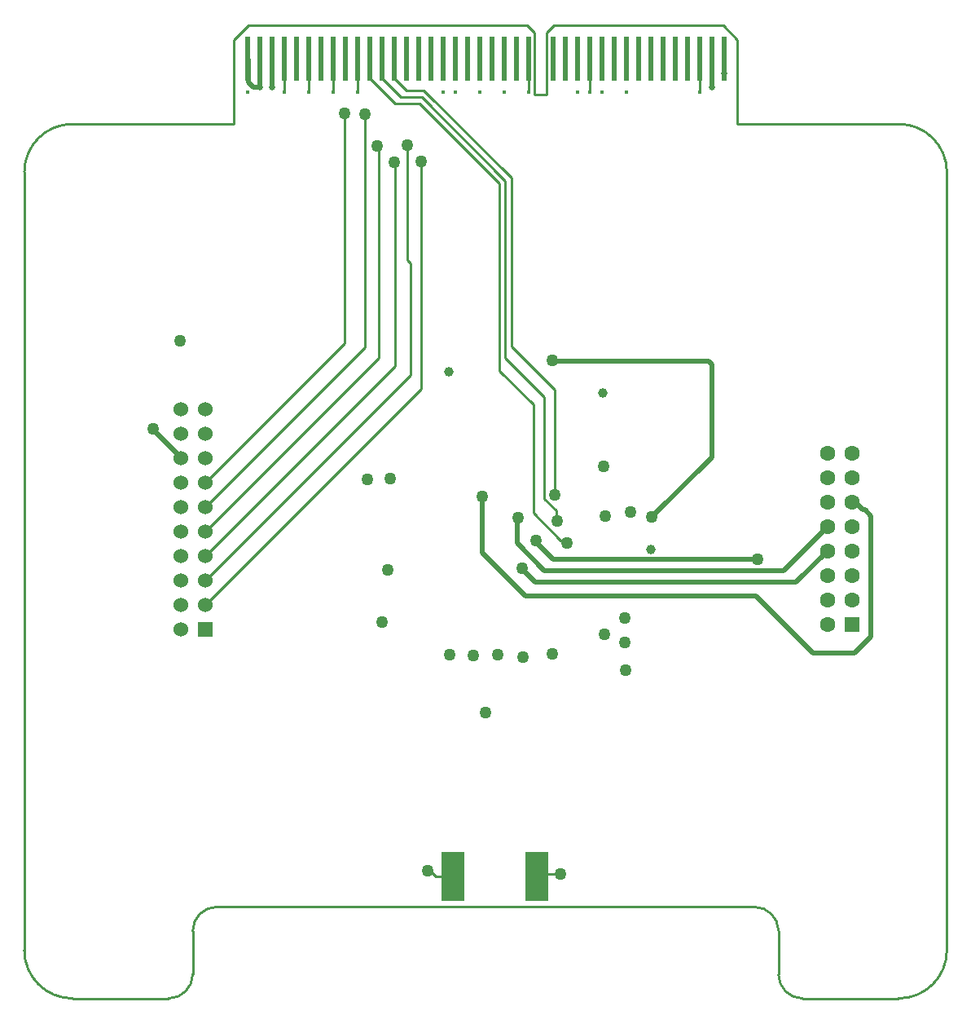
<source format=gbr>
%TF.GenerationSoftware,Altium Limited,Altium Designer,23.3.1 (30)*%
G04 Layer_Physical_Order=4*
G04 Layer_Color=16711680*
%FSLAX45Y45*%
%MOMM*%
%TF.SameCoordinates,1C6A76D4-FC78-4FE7-9AFF-FEA26D458E01*%
%TF.FilePolarity,Positive*%
%TF.FileFunction,Copper,L4,Bot,Signal*%
%TF.Part,Single*%
G01*
G75*
%TA.AperFunction,Conductor*%
%ADD10C,0.29210*%
%TA.AperFunction,SMDPad,CuDef*%
%ADD22R,2.41300X5.08000*%
%ADD24R,0.53000X4.57200*%
%TA.AperFunction,Conductor*%
%ADD25C,0.50000*%
%ADD26C,0.29300*%
%ADD27C,0.29200*%
%TA.AperFunction,NonConductor*%
%ADD28C,0.25400*%
%TA.AperFunction,ComponentPad*%
%ADD29R,1.60020X1.60020*%
%ADD30C,1.60020*%
%ADD31C,1.53000*%
%ADD32R,1.53000X1.53000*%
%TA.AperFunction,ViaPad*%
%ADD33C,1.00000*%
%ADD34C,1.27000*%
%ADD35C,0.63500*%
%ADD36C,0.44400*%
D10*
X5060000Y6770000D02*
X5510000Y6320000D01*
X5060000Y6770000D02*
Y8520000D01*
X5510000Y5230000D02*
Y6320000D01*
X5575170Y4758516D02*
X5585022D01*
X5613538Y4730000D02*
X5640000D01*
X5290000Y5043686D02*
X5575170Y4758516D01*
X5585022D02*
X5613538Y4730000D01*
X5290000Y5043686D02*
Y6170000D01*
X4940000Y6520000D02*
X5290000Y6170000D01*
X4150000Y9430000D02*
X5060000Y8520000D01*
X4110000Y9290000D02*
X4940000Y8460000D01*
Y6520000D02*
Y8460000D01*
X3912600Y9360000D02*
X4130000D01*
X5000000Y8490000D01*
X3714700Y9557900D02*
X3912600Y9360000D01*
X5000000Y6650000D02*
Y8490000D01*
X3855600Y9290000D02*
X4110000D01*
X3587700Y9557900D02*
X3855600Y9290000D01*
X5406495Y5187127D02*
Y6243505D01*
X5000000Y6650000D02*
X5406495Y6243505D01*
X5526307Y4973693D02*
Y5067315D01*
Y4973693D02*
X5540000Y4960000D01*
X5406495Y5187127D02*
X5526307Y5067315D01*
X3587700Y9557900D02*
Y9760000D01*
X3714700Y9557900D02*
Y9760000D01*
X3969600Y9430000D02*
X4150000D01*
X3841700Y9557900D02*
Y9760000D01*
Y9557900D02*
X3969600Y9430000D01*
D22*
X5328150Y1270000D02*
D03*
X4451850D02*
D03*
D24*
X5238700Y9760000D02*
D03*
X7270700D02*
D03*
X7143700D02*
D03*
X7016700D02*
D03*
X6889700D02*
D03*
X6762700D02*
D03*
X6635700D02*
D03*
X6508700D02*
D03*
X6381700D02*
D03*
X6254700D02*
D03*
X6127700D02*
D03*
X6000700D02*
D03*
X5873700D02*
D03*
X5746700D02*
D03*
X5619700D02*
D03*
X5492700D02*
D03*
X5111700D02*
D03*
X4984700D02*
D03*
X4857700D02*
D03*
X4730700D02*
D03*
X4603700D02*
D03*
X4476700D02*
D03*
X4349700D02*
D03*
X4222700D02*
D03*
X4095700D02*
D03*
X3968700D02*
D03*
X3841700D02*
D03*
X3714700D02*
D03*
X3587700D02*
D03*
X3460700D02*
D03*
X3333700D02*
D03*
X3206700D02*
D03*
X3079700D02*
D03*
X2952700D02*
D03*
X2825700D02*
D03*
X2698700D02*
D03*
X2571700D02*
D03*
X2444700D02*
D03*
X2317700D02*
D03*
D25*
X1340000Y5909627D02*
X1630000Y5619628D01*
Y5614000D02*
Y5619628D01*
X1340000Y5909627D02*
Y5915255D01*
X5521300Y6613700D02*
X7114410D01*
X7143700Y5621022D02*
Y6584411D01*
X7114410Y6613700D02*
X7143700Y6584411D01*
Y9460000D02*
Y9760000D01*
X6520000Y4997322D02*
X7143700Y5621022D01*
X5317500Y4734164D02*
X5495064Y4556600D01*
X7620000D01*
X5317500Y4734164D02*
Y4755000D01*
X8022000Y4320000D02*
X8350000Y4648000D01*
X5190000Y4440000D02*
X5310000Y4320000D01*
X8022000D01*
X4760000Y4630000D02*
X5210000Y4180000D01*
X7604600D02*
X8029010Y3755590D01*
X5210000Y4180000D02*
X7604600D01*
X4760000Y4630000D02*
Y5210000D01*
X5119167Y4729504D02*
Y4975267D01*
Y4729504D02*
X5405971Y4442700D01*
X5119167Y4975267D02*
X5133900Y4990000D01*
X5405971Y4442700D02*
X7890700D01*
X8350000Y4902000D01*
X8029010Y3752319D02*
X8194029Y3587300D01*
X8029010Y3752319D02*
Y3755590D01*
X8625266Y3587300D02*
X8797110Y3759144D01*
Y5011561D01*
X8735971Y5072700D02*
X8797110Y5011561D01*
X8633771Y5156000D02*
X8717072Y5072700D01*
X8735971D01*
X8194029Y3587300D02*
X8625266D01*
X8604000Y5156000D02*
X8633771D01*
X7270700Y9603885D02*
Y9760000D01*
Y9603885D02*
X7275950D01*
X2444700Y9460000D02*
Y9760000D01*
X2317700D02*
X2325700Y9752000D01*
X2442117Y9462583D02*
X2444700Y9460000D01*
X2325700Y9514300D02*
X2377417Y9462583D01*
X2442117D01*
X2325700Y9514300D02*
Y9752000D01*
X2571700Y9460000D02*
Y9760000D01*
D26*
X5328150Y1270000D02*
X5348150Y1290000D01*
X5570000D01*
X4216438Y1330000D02*
X4276437Y1270000D01*
X4451850D01*
X4190000Y1330000D02*
X4216438D01*
X7016700Y9410000D02*
Y9760000D01*
X5238700Y9410000D02*
Y9760000D01*
X5873700Y9410000D02*
Y9760000D01*
X3460700Y9410000D02*
Y9760000D01*
X2698700Y9410000D02*
Y9760000D01*
X2952700Y9410000D02*
Y9760000D01*
X3206700Y9410000D02*
Y9760000D01*
D27*
X4120000Y6326000D02*
Y8690000D01*
X1884000Y4090000D02*
X4120000Y6326000D01*
X3977500Y7668018D02*
X4010000Y7635518D01*
X3977500Y7668018D02*
Y8860000D01*
X4010000Y6470000D02*
Y7635518D01*
X3850000Y6564000D02*
Y8677500D01*
X3845000Y8682500D02*
X3850000Y8677500D01*
X1884000Y5106000D02*
X3542500Y6764500D01*
Y9185000D01*
X3330000Y6806000D02*
Y9190000D01*
X1884000Y5360000D02*
X3330000Y6806000D01*
X1884000Y4344000D02*
X4010000Y6470000D01*
X1884000Y4852000D02*
X3680000Y6648000D01*
Y8820000D01*
X1884000Y4598000D02*
X3850000Y6564000D01*
D28*
X9588500Y8580500D02*
G03*
X9088500Y9080500I-500000J0D01*
G01*
X500000D02*
G03*
X0Y8580500I0J-500000D01*
G01*
X9088500Y0D02*
G03*
X9588500Y500000I0J500000D01*
G01*
X7838500Y700000D02*
G03*
X7588500Y950000I-250000J0D01*
G01*
X7838500Y250000D02*
G03*
X8088500Y0I250000J0D01*
G01*
X2000000Y950000D02*
G03*
X1750000Y700000I0J-250000D01*
G01*
X1500000Y0D02*
G03*
X1750000Y250000I-0J250000D01*
G01*
X0Y500000D02*
G03*
X500000Y0I500000J0D01*
G01*
X5228700Y10101500D02*
X5303700Y10026500D01*
X5303700D02*
X5303750Y9385500D01*
X5427700D02*
Y10026500D01*
X5502700Y10101500D01*
X5303700Y9385500D02*
X5427700D01*
X2326700Y10101500D02*
X5228700D01*
X2176700Y9951700D02*
X2326700Y10101500D01*
X7261700D02*
X7411700Y9951700D01*
X500000Y9080500D02*
X2176700D01*
X5502700Y10101500D02*
X7261700D01*
X7411700Y9080500D02*
Y9951700D01*
X2176700D02*
X2176750Y9080500D01*
X7411700D02*
X9088500D01*
X8088500Y0D02*
X9088500D01*
X2000000Y950000D02*
X7588500D01*
X7838500Y250000D02*
Y700000D01*
X1750000Y250000D02*
Y700000D01*
X9588500Y500000D02*
Y8580500D01*
X500000Y0D02*
X1500000D01*
X0Y500000D02*
Y8580500D01*
D29*
X8604000Y3886000D02*
D03*
D30*
X8350000D02*
D03*
X8604000Y4140000D02*
D03*
X8350000D02*
D03*
X8604000Y4394000D02*
D03*
X8350000D02*
D03*
X8604000Y4648000D02*
D03*
X8350000D02*
D03*
X8604000Y4902000D02*
D03*
X8350000D02*
D03*
X8604000Y5156000D02*
D03*
X8350000D02*
D03*
X8604000Y5410000D02*
D03*
X8350000D02*
D03*
X8604000Y5664000D02*
D03*
X8350000D02*
D03*
D31*
X1630000Y6122000D02*
D03*
X1884000D02*
D03*
X1630000Y5868000D02*
D03*
X1884000D02*
D03*
X1630000Y5614000D02*
D03*
X1884000D02*
D03*
X1630000Y5360000D02*
D03*
X1884000D02*
D03*
X1630000Y5106000D02*
D03*
X1884000D02*
D03*
X1630000Y4852000D02*
D03*
X1884000D02*
D03*
X1630000Y4598000D02*
D03*
X1884000D02*
D03*
X1630000Y4344000D02*
D03*
X1884000D02*
D03*
X1630000Y4090000D02*
D03*
X1884000D02*
D03*
X1630000Y3836000D02*
D03*
D32*
X1884000D02*
D03*
D33*
X6512500Y4660000D02*
D03*
X4415000Y6510000D02*
D03*
X6010000Y6290000D02*
D03*
D34*
X3562500Y5392500D02*
D03*
X1340000Y5915255D02*
D03*
X5485000Y6627500D02*
D03*
X5180000Y3547500D02*
D03*
X5485000Y3575000D02*
D03*
X4417500Y3567500D02*
D03*
X4665000Y3562500D02*
D03*
X4920000Y3567500D02*
D03*
X6022000Y5524500D02*
D03*
X6247500Y3410000D02*
D03*
X6237500Y3952500D02*
D03*
Y3692500D02*
D03*
X4120000Y8690000D02*
D03*
X3977500Y8860000D02*
D03*
X3845000Y8682500D02*
D03*
X3542500Y9185000D02*
D03*
X3805000Y5395000D02*
D03*
X4790000Y2967500D02*
D03*
X5317500Y4755000D02*
D03*
X4760000Y5210000D02*
D03*
X5510000Y5230000D02*
D03*
X5540000Y4960000D02*
D03*
X5640000Y4730000D02*
D03*
X6040000Y5010000D02*
D03*
X3330000Y9190000D02*
D03*
X3670000Y8850000D02*
D03*
X5170000Y4470000D02*
D03*
X5133900Y4990000D02*
D03*
X7620000Y4556600D02*
D03*
X6300000Y5050000D02*
D03*
X3780000Y4450000D02*
D03*
X6520000Y4997322D02*
D03*
X3720000Y3910000D02*
D03*
X1614217Y6830000D02*
D03*
X5570000Y1290000D02*
D03*
X4190000Y1330000D02*
D03*
X6030000Y3780000D02*
D03*
D35*
X7143700Y9460000D02*
D03*
X7275950Y9603885D02*
D03*
X2444700Y9460000D02*
D03*
X2571700D02*
D03*
D36*
X7016700Y9410000D02*
D03*
X4730700D02*
D03*
X4984700D02*
D03*
X6000700D02*
D03*
X6254700D02*
D03*
X5746700D02*
D03*
X5873700D02*
D03*
X5238700D02*
D03*
X3460700D02*
D03*
X4476700D02*
D03*
X4349700D02*
D03*
X3206700D02*
D03*
X2952700D02*
D03*
X2698700D02*
D03*
X2317700D02*
D03*
%TF.MD5,2143d80e088997bbf6343e5d712e8272*%
M02*

</source>
